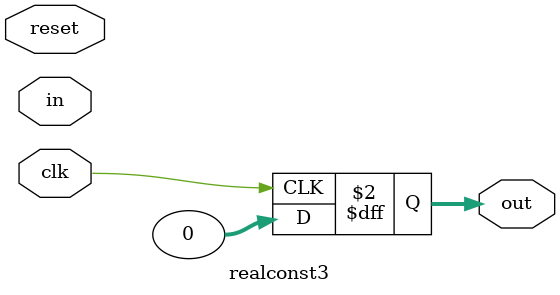
<source format=v>
module realconst3
  (input wire        reset,
   input wire        clk,
   input wire [31:0] in,
   output reg [31:0] out);

   always @(posedge clk) out <= 5_0.1_1E+5_0;

endmodule

</source>
